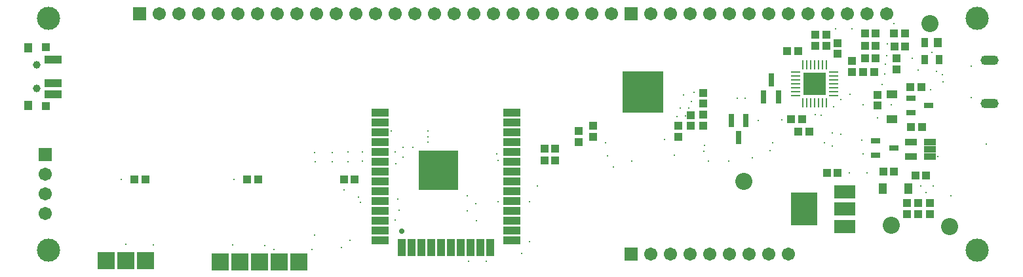
<source format=gts>
G04*
G04 #@! TF.GenerationSoftware,Altium Limited,Altium Designer,19.0.14 (431)*
G04*
G04 Layer_Color=8388736*
%FSLAX44Y44*%
%MOMM*%
G71*
G01*
G75*
%ADD23R,0.9000X1.3000*%
%ADD24R,1.1000X1.3000*%
%ADD25R,0.2032X1.2000*%
%ADD26R,1.2000X0.2032*%
%ADD40R,1.1032X1.0032*%
%ADD41R,1.0032X1.1032*%
%ADD42R,1.1172X1.4222*%
%ADD43R,2.2032X2.2032*%
%ADD44R,3.0000X3.0000*%
G04:AMPARAMS|DCode=45|XSize=2.2032mm|YSize=2.2032mm|CornerRadius=1.1016mm|HoleSize=0mm|Usage=FLASHONLY|Rotation=0.000|XOffset=0mm|YOffset=0mm|HoleType=Round|Shape=RoundedRectangle|*
%AMROUNDEDRECTD45*
21,1,2.2032,0.0000,0,0,0.0*
21,1,0.0000,2.2032,0,0,0.0*
1,1,2.2032,0.0000,0.0000*
1,1,2.2032,0.0000,0.0000*
1,1,2.2032,0.0000,0.0000*
1,1,2.2032,0.0000,0.0000*
%
%ADD45ROUNDEDRECTD45*%
%ADD46R,5.3032X5.3032*%
%ADD47R,1.2532X0.8032*%
%ADD48R,2.7032X1.7032*%
%ADD49R,3.4532X4.2032*%
%ADD50R,0.8032X1.8032*%
%ADD51R,1.4222X1.1172*%
%ADD52R,1.5032X0.9032*%
%ADD53R,2.2032X1.1032*%
%ADD54R,1.1032X2.2032*%
%ADD55R,5.2032X5.2032*%
%ADD56R,2.2032X1.0033*%
%ADD57R,1.0033X1.2032*%
%ADD58R,1.0033X1.1031*%
%ADD59C,0.2032*%
G04:AMPARAMS|DCode=60|XSize=2.3532mm|YSize=1.2532mm|CornerRadius=0.6266mm|HoleSize=0mm|Usage=FLASHONLY|Rotation=180.000|XOffset=0mm|YOffset=0mm|HoleType=Round|Shape=RoundedRectangle|*
%AMROUNDEDRECTD60*
21,1,2.3532,0.0000,0,0,180.0*
21,1,1.1000,1.2532,0,0,180.0*
1,1,1.2532,-0.5500,0.0000*
1,1,1.2532,0.5500,0.0000*
1,1,1.2532,0.5500,0.0000*
1,1,1.2532,-0.5500,0.0000*
%
%ADD60ROUNDEDRECTD60*%
%ADD61C,1.2032*%
%ADD62C,1.7032*%
%ADD63R,1.7032X1.7032*%
%ADD64R,1.7032X1.7032*%
%ADD65C,1.0033*%
%ADD66C,0.3000*%
%ADD67C,0.7032*%
%ADD68C,3.0000*%
G36*
X1120500Y1093250D02*
X1068250D01*
Y1145000D01*
X1068457Y1145500D01*
X1120500D01*
Y1093250D01*
D02*
G37*
D23*
X1477306Y1161694D02*
D03*
X1458306D02*
D03*
Y1183694D02*
D03*
D24*
X1475306D02*
D03*
D25*
X1331000Y1105741D02*
D03*
X1326000D02*
D03*
X1321000D02*
D03*
X1316000D02*
D03*
X1311000D02*
D03*
X1306000D02*
D03*
X1301000D02*
D03*
Y1154741D02*
D03*
X1306000D02*
D03*
X1311000D02*
D03*
X1316000D02*
D03*
X1321000D02*
D03*
X1326000D02*
D03*
X1331000D02*
D03*
D26*
X1291500Y1115241D02*
D03*
Y1120241D02*
D03*
Y1125241D02*
D03*
Y1130241D02*
D03*
Y1135241D02*
D03*
Y1140241D02*
D03*
Y1145241D02*
D03*
X1340500D02*
D03*
Y1140241D02*
D03*
Y1135241D02*
D03*
Y1130241D02*
D03*
Y1125241D02*
D03*
Y1120241D02*
D03*
Y1115241D02*
D03*
D40*
X1422000Y1163000D02*
D03*
Y1149000D02*
D03*
X1346000Y1183000D02*
D03*
Y1169000D02*
D03*
X1364000Y1159800D02*
D03*
Y1145800D02*
D03*
X1155750Y1075750D02*
D03*
Y1089750D02*
D03*
X1464750Y975950D02*
D03*
Y961950D02*
D03*
X1172000Y1118500D02*
D03*
Y1104500D02*
D03*
X1140000Y1076000D02*
D03*
Y1062000D02*
D03*
X1397500Y1102000D02*
D03*
Y1116000D02*
D03*
X1172000Y1090000D02*
D03*
Y1076000D02*
D03*
X1011000Y1069000D02*
D03*
Y1055000D02*
D03*
X1030000Y1076000D02*
D03*
Y1062000D02*
D03*
D41*
X1294750Y1172250D02*
D03*
X1280750D02*
D03*
X1381000Y1195000D02*
D03*
X1395000D02*
D03*
X1440000Y1126000D02*
D03*
X1454000D02*
D03*
X1395250Y1163501D02*
D03*
X1381250D02*
D03*
X1379000Y1145800D02*
D03*
X1393000D02*
D03*
X1395000Y1179501D02*
D03*
X1381000D02*
D03*
X981000Y1046800D02*
D03*
X967000D02*
D03*
X981000Y1030800D02*
D03*
X967000D02*
D03*
X1317000Y1194000D02*
D03*
X1331000D02*
D03*
X1317000Y1179000D02*
D03*
X1331000D02*
D03*
X1332000Y1015000D02*
D03*
X1346000D02*
D03*
X1419250Y1178750D02*
D03*
X1433250D02*
D03*
X1449750Y976250D02*
D03*
X1435750D02*
D03*
X1435750Y962000D02*
D03*
X1449750D02*
D03*
X1433000Y1195000D02*
D03*
X1419000D02*
D03*
X1285759Y1084117D02*
D03*
X1299759D02*
D03*
X1295000Y1068726D02*
D03*
X1309000D02*
D03*
X1446250Y1012000D02*
D03*
X1460250D02*
D03*
X451500Y1007000D02*
D03*
X437500D02*
D03*
X597000D02*
D03*
X583000D02*
D03*
X722000D02*
D03*
X708000D02*
D03*
X1418750Y1017000D02*
D03*
X1404750D02*
D03*
X1440750Y1074750D02*
D03*
X1454750D02*
D03*
D42*
X1437383Y995000D02*
D03*
X1404617D02*
D03*
D43*
X598800Y900000D02*
D03*
X573400D02*
D03*
X548000D02*
D03*
X624200D02*
D03*
X649600D02*
D03*
X451400Y902000D02*
D03*
X426000D02*
D03*
X400600D02*
D03*
D44*
X1316000Y1130241D02*
D03*
D45*
X1490250Y945500D02*
D03*
X1464750Y1208000D02*
D03*
X1415250Y947750D02*
D03*
X1225000Y1004000D02*
D03*
D46*
X1094000Y1120000D02*
D03*
D47*
X1395250Y1056750D02*
D03*
Y1037750D02*
D03*
X1418250Y1047250D02*
D03*
X1463750Y1102250D02*
D03*
X1440750Y1092750D02*
D03*
Y1111750D02*
D03*
D48*
X1355250Y945750D02*
D03*
Y968250D02*
D03*
Y990750D02*
D03*
D49*
X1302750Y968250D02*
D03*
D50*
X1260000Y1135499D02*
D03*
X1269500Y1113499D02*
D03*
X1250500D02*
D03*
X1218000Y1061000D02*
D03*
X1208500Y1083000D02*
D03*
X1227500D02*
D03*
D51*
X1416250Y1084117D02*
D03*
Y1116883D02*
D03*
D52*
X1441000Y1036000D02*
D03*
Y1055000D02*
D03*
X1465000D02*
D03*
Y1045500D02*
D03*
Y1036000D02*
D03*
D53*
X924750Y1093350D02*
D03*
Y1080650D02*
D03*
Y1067950D02*
D03*
Y1055250D02*
D03*
Y1042550D02*
D03*
Y1029850D02*
D03*
Y1017150D02*
D03*
Y1004450D02*
D03*
Y991750D02*
D03*
Y979050D02*
D03*
Y966350D02*
D03*
Y953650D02*
D03*
Y940950D02*
D03*
Y928250D02*
D03*
X754750D02*
D03*
Y940950D02*
D03*
Y953650D02*
D03*
Y966350D02*
D03*
Y979050D02*
D03*
Y991750D02*
D03*
Y1004450D02*
D03*
Y1017150D02*
D03*
Y1029850D02*
D03*
Y1042550D02*
D03*
Y1055250D02*
D03*
Y1067950D02*
D03*
Y1080650D02*
D03*
Y1093350D02*
D03*
D54*
X896900Y918250D02*
D03*
X884200D02*
D03*
X871500D02*
D03*
X858800D02*
D03*
X846100D02*
D03*
X833400D02*
D03*
X820700D02*
D03*
X808000D02*
D03*
X795300D02*
D03*
X782600D02*
D03*
D55*
X829750Y1018350D02*
D03*
D56*
X332501Y1116269D02*
D03*
Y1161270D02*
D03*
Y1131270D02*
D03*
D57*
X300250Y1101999D02*
D03*
Y1177001D02*
D03*
D58*
X322750Y1101499D02*
D03*
Y1177501D02*
D03*
D59*
X1518420Y1152800D02*
D03*
Y1112800D02*
D03*
D60*
X1542520Y1161100D02*
D03*
X1542620Y1104500D02*
D03*
D61*
X1079650D02*
D03*
X1089650D02*
D03*
X1099650D02*
D03*
X1109650D02*
D03*
Y1114500D02*
D03*
X1099650D02*
D03*
X1089650D02*
D03*
X1079650D02*
D03*
Y1124500D02*
D03*
X1089650D02*
D03*
X1099650D02*
D03*
X1109650D02*
D03*
Y1134500D02*
D03*
X1099650D02*
D03*
X1089650D02*
D03*
X1079650D02*
D03*
D62*
X1409300Y1220470D02*
D03*
X1383900D02*
D03*
X1358500D02*
D03*
X1333100D02*
D03*
X1307700D02*
D03*
X1282300D02*
D03*
X1256900D02*
D03*
X1231500D02*
D03*
X1206100D02*
D03*
X1180700D02*
D03*
X1155300D02*
D03*
X1129900D02*
D03*
X1104500D02*
D03*
X1104400Y910220D02*
D03*
X1282200D02*
D03*
X1256800D02*
D03*
X1231400D02*
D03*
X1206000D02*
D03*
X1180600D02*
D03*
X1155200D02*
D03*
X1129800D02*
D03*
X322000Y1013400D02*
D03*
Y988000D02*
D03*
Y962600D02*
D03*
X876300Y1220470D02*
D03*
X850900D02*
D03*
X825500D02*
D03*
X723900D02*
D03*
X749300D02*
D03*
X774700D02*
D03*
X800100D02*
D03*
X901700D02*
D03*
X469900D02*
D03*
X495300D02*
D03*
X520700D02*
D03*
X546100D02*
D03*
X571500D02*
D03*
X596900D02*
D03*
X622300D02*
D03*
X647700D02*
D03*
X673100D02*
D03*
X698500D02*
D03*
X927100D02*
D03*
X952500D02*
D03*
X977900D02*
D03*
X1003300D02*
D03*
X1028700D02*
D03*
X1054100D02*
D03*
D63*
X1079100Y1220470D02*
D03*
X1079000Y910220D02*
D03*
X444500Y1220470D02*
D03*
D64*
X322000Y1038800D02*
D03*
D65*
X311500Y1124499D02*
D03*
Y1154501D02*
D03*
D66*
X670622Y1029430D02*
D03*
X670399Y1041280D02*
D03*
X693000D02*
D03*
Y1029430D02*
D03*
X713000D02*
D03*
X713099Y1042000D02*
D03*
X732119Y1030000D02*
D03*
Y1042000D02*
D03*
X775000Y1026897D02*
D03*
X774630Y1042000D02*
D03*
X784570Y1047800D02*
D03*
Y1035000D02*
D03*
X867000Y966000D02*
D03*
X867430Y985625D02*
D03*
X878120Y975000D02*
D03*
X879000Y953000D02*
D03*
X1410000Y1181694D02*
D03*
X1339000Y1067000D02*
D03*
X1341000Y1100800D02*
D03*
X1379000Y1103000D02*
D03*
X1397499Y1086000D02*
D03*
X1415000Y1103000D02*
D03*
X1383900Y1015000D02*
D03*
X1361000D02*
D03*
X1343000Y1201000D02*
D03*
X1364000D02*
D03*
X1409300Y1167000D02*
D03*
X1460250Y990000D02*
D03*
X1469000Y998375D02*
D03*
X1453127D02*
D03*
X1362000Y1117000D02*
D03*
X618000Y916000D02*
D03*
X667000D02*
D03*
X705000Y918250D02*
D03*
X716000Y928250D02*
D03*
X670000Y935000D02*
D03*
X564000Y922000D02*
D03*
X606000Y921000D02*
D03*
X795300Y918250D02*
D03*
X948000Y926000D02*
D03*
X938000Y911000D02*
D03*
X892000Y901000D02*
D03*
X869000D02*
D03*
X907000Y1031000D02*
D03*
X905172Y1040000D02*
D03*
X728998Y976998D02*
D03*
X462000Y922000D02*
D03*
X727000Y984000D02*
D03*
X426000Y923000D02*
D03*
X1056000Y1023000D02*
D03*
X1049000Y1037000D02*
D03*
X1046000Y1054000D02*
D03*
X1080000Y1030000D02*
D03*
X1474000Y1146000D02*
D03*
X1450000Y1148000D02*
D03*
X1408000Y1156000D02*
D03*
X1407000Y1143000D02*
D03*
X1467997Y1171000D02*
D03*
X1481000Y1142000D02*
D03*
X1482076Y1132788D02*
D03*
X1467997Y1207998D02*
D03*
X1157250Y1107000D02*
D03*
X1149000Y1089000D02*
D03*
X1138000Y1088000D02*
D03*
X1122250Y1058000D02*
D03*
X1135000Y1037750D02*
D03*
X1205000Y1030000D02*
D03*
X1178600Y1029900D02*
D03*
X1350000Y1065000D02*
D03*
Y1110000D02*
D03*
X1377000Y1057000D02*
D03*
X1329000Y1054000D02*
D03*
X1262000D02*
D03*
X1259000Y1044000D02*
D03*
X1236000Y1034750D02*
D03*
X1226000Y1111499D02*
D03*
X1378611Y1040000D02*
D03*
X1339000Y1049500D02*
D03*
X1216000Y1111499D02*
D03*
X769000Y1069000D02*
D03*
X816998Y1068998D02*
D03*
Y1054998D02*
D03*
X817000Y1062000D02*
D03*
X797000Y1048000D02*
D03*
X958000Y998000D02*
D03*
X1325000Y1089750D02*
D03*
X1172998Y1042998D02*
D03*
X1317000Y1090000D02*
D03*
X1174000Y1050250D02*
D03*
X1403000Y1129000D02*
D03*
X1419000Y1208000D02*
D03*
X1442500Y1163000D02*
D03*
X1538000Y1052000D02*
D03*
X1475000Y1036000D02*
D03*
X1492000Y985625D02*
D03*
X1466000Y1123000D02*
D03*
X948000Y978000D02*
D03*
X907400D02*
D03*
X420000Y1007000D02*
D03*
X566000D02*
D03*
X708000Y993000D02*
D03*
X777750Y981000D02*
D03*
X779000Y967000D02*
D03*
X774700Y954000D02*
D03*
X1243000Y1083000D02*
D03*
X1274000Y1084000D02*
D03*
X1160000Y1119000D02*
D03*
X1146998Y1115998D02*
D03*
X1154000Y1099000D02*
D03*
X1143000Y1099000D02*
D03*
D67*
X783000Y940000D02*
D03*
D68*
X326500Y1215220D02*
D03*
X1526500D02*
D03*
Y915220D02*
D03*
X326500D02*
D03*
M02*

</source>
